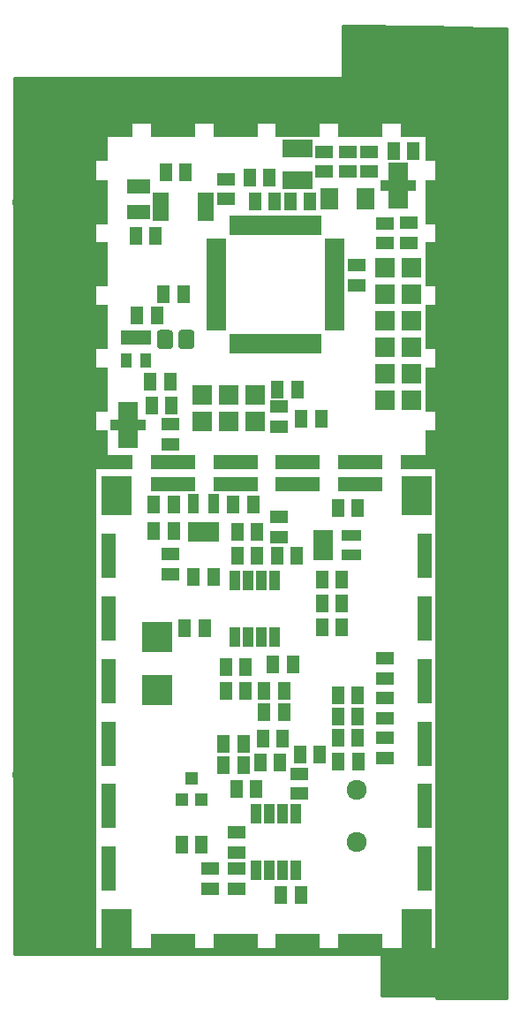
<source format=gbr>
G04 #@! TF.GenerationSoftware,KiCad,Pcbnew,(6.0.0-rc1-dev-205-gc0615c5ef)*
G04 #@! TF.CreationDate,2019-03-07T09:34:15+01:00*
G04 #@! TF.ProjectId,SPACEDOS01B_PCB01A,5350414345444F533031425F50434230,REV*
G04 #@! TF.SameCoordinates,Original*
G04 #@! TF.FileFunction,Soldermask,Top*
G04 #@! TF.FilePolarity,Negative*
%FSLAX46Y46*%
G04 Gerber Fmt 4.6, Leading zero omitted, Abs format (unit mm)*
G04 Created by KiCad (PCBNEW (6.0.0-rc1-dev-205-gc0615c5ef)) date 03/07/19 09:34:15*
%MOMM*%
%LPD*%
G01*
G04 APERTURE LIST*
%ADD10R,1.500000X0.650000*%
%ADD11R,1.000000X1.950000*%
%ADD12R,1.289000X1.797000*%
%ADD13R,1.797000X1.289000*%
%ADD14C,1.924000*%
%ADD15R,2.700000X1.400000*%
%ADD16R,4.200000X1.400000*%
%ADD17R,1.400000X2.700000*%
%ADD18R,1.400000X4.200000*%
%ADD19R,1.400000X1.400000*%
%ADD20R,1.924000X1.924000*%
%ADD21R,2.899360X2.950160*%
%ADD22R,2.940000X1.670000*%
%ADD23R,2.950000X3.700000*%
%ADD24R,0.950000X1.900000*%
%ADD25R,1.900000X0.950000*%
%ADD26C,6.400000*%
%ADD27R,1.960000X1.050000*%
%ADD28R,1.050000X1.960000*%
%ADD29R,1.200000X1.300000*%
%ADD30R,2.200000X1.400000*%
%ADD31C,0.150000*%
%ADD32C,1.550000*%
%ADD33R,1.050000X1.460000*%
%ADD34R,1.700000X2.100000*%
%ADD35R,1.900000X1.700000*%
%ADD36R,3.400000X1.100000*%
%ADD37C,0.254000*%
G04 APERTURE END LIST*
D10*
G04 #@! TO.C,U11*
X59808000Y78470000D03*
X59808000Y77970000D03*
X59808000Y77470000D03*
X59808000Y76970000D03*
X59808000Y76470000D03*
X55508000Y76470000D03*
X55508000Y76970000D03*
X55508000Y77470000D03*
X55508000Y77970000D03*
X55508000Y78470000D03*
G04 #@! TD*
D11*
G04 #@! TO.C,U2*
X62617700Y41633100D03*
X63887700Y41633100D03*
X65157700Y41633100D03*
X66427700Y41633100D03*
X66427700Y36233100D03*
X65157700Y36233100D03*
X63887700Y36233100D03*
X62617700Y36233100D03*
G04 #@! TD*
G04 #@! TO.C,U1*
X64649700Y19281100D03*
X65919700Y19281100D03*
X67189700Y19281100D03*
X68459700Y19281100D03*
X68459700Y13881100D03*
X67189700Y13881100D03*
X65919700Y13881100D03*
X64649700Y13881100D03*
G04 #@! TD*
D12*
G04 #@! TO.C,C3*
X67000000Y11501100D03*
X68905000Y11501100D03*
G04 #@! TD*
D13*
G04 #@! TO.C,C10*
X62744700Y17533600D03*
X62744700Y15628600D03*
G04 #@! TD*
G04 #@! TO.C,C5*
X62744700Y14041100D03*
X62744700Y12136100D03*
G04 #@! TD*
G04 #@! TO.C,R6*
X60204700Y14041100D03*
X60204700Y12136100D03*
G04 #@! TD*
D12*
G04 #@! TO.C,C20*
X59379200Y16327100D03*
X57474200Y16327100D03*
G04 #@! TD*
D13*
G04 #@! TO.C,R22*
X76974700Y24676100D03*
X76974700Y26581100D03*
G04 #@! TD*
G04 #@! TO.C,R19*
X76974700Y28486100D03*
X76974700Y30391100D03*
G04 #@! TD*
G04 #@! TO.C,R15*
X76974700Y32296100D03*
X76974700Y34201100D03*
G04 #@! TD*
D12*
G04 #@! TO.C,C21*
X74371200Y30645100D03*
X72466200Y30645100D03*
G04 #@! TD*
G04 #@! TO.C,C23*
X74371200Y28613100D03*
X72466200Y28613100D03*
G04 #@! TD*
G04 #@! TO.C,C2*
X74371200Y26581100D03*
X72466200Y26581100D03*
G04 #@! TD*
G04 #@! TO.C,C24*
X74434700Y24295100D03*
X72529700Y24295100D03*
G04 #@! TD*
G04 #@! TO.C,R8*
X68840700Y25000000D03*
X70745700Y25000000D03*
G04 #@! TD*
D13*
G04 #@! TO.C,R7*
X68750000Y23155000D03*
X68750000Y21250000D03*
G04 #@! TD*
D12*
G04 #@! TO.C,R2*
X64649700Y21661100D03*
X62744700Y21661100D03*
G04 #@! TD*
G04 #@! TO.C,C11*
X63405000Y24000000D03*
X61500000Y24000000D03*
G04 #@! TD*
G04 #@! TO.C,C6*
X63405000Y25979100D03*
X61500000Y25979100D03*
G04 #@! TD*
G04 #@! TO.C,R9*
X65000000Y24250000D03*
X66905000Y24250000D03*
G04 #@! TD*
G04 #@! TO.C,C15*
X65284700Y26487100D03*
X67189700Y26487100D03*
G04 #@! TD*
G04 #@! TO.C,C16*
X67316700Y29027100D03*
X65411700Y29027100D03*
G04 #@! TD*
G04 #@! TO.C,R10*
X65411700Y31059100D03*
X67316700Y31059100D03*
G04 #@! TD*
G04 #@! TO.C,C17*
X66237200Y33599100D03*
X68142200Y33599100D03*
G04 #@! TD*
G04 #@! TO.C,R11*
X61728700Y31059100D03*
X63633700Y31059100D03*
G04 #@! TD*
G04 #@! TO.C,C18*
X61728700Y33345100D03*
X63633700Y33345100D03*
G04 #@! TD*
G04 #@! TO.C,R4*
X70936200Y37155100D03*
X72841200Y37155100D03*
G04 #@! TD*
G04 #@! TO.C,C8*
X70936200Y39441100D03*
X72841200Y39441100D03*
G04 #@! TD*
G04 #@! TO.C,C13*
X70936200Y41727100D03*
X72841200Y41727100D03*
G04 #@! TD*
G04 #@! TO.C,C4*
X57785000Y37084000D03*
X59690000Y37084000D03*
G04 #@! TD*
G04 #@! TO.C,R3*
X60522200Y41981100D03*
X58617200Y41981100D03*
G04 #@! TD*
D13*
G04 #@! TO.C,R5*
X56394700Y44203600D03*
X56394700Y42298600D03*
G04 #@! TD*
D12*
G04 #@! TO.C,R1*
X72460200Y48585100D03*
X74365200Y48585100D03*
G04 #@! TD*
G04 #@! TO.C,C19*
X66618200Y44013100D03*
X68523200Y44013100D03*
G04 #@! TD*
D13*
G04 #@! TO.C,R13*
X66808700Y45854600D03*
X66808700Y47759600D03*
G04 #@! TD*
D12*
G04 #@! TO.C,C12*
X62808200Y44013100D03*
X64713200Y44013100D03*
G04 #@! TD*
G04 #@! TO.C,C7*
X62808200Y46299100D03*
X64713200Y46299100D03*
G04 #@! TD*
G04 #@! TO.C,R12*
X62427200Y48966100D03*
X64332200Y48966100D03*
G04 #@! TD*
G04 #@! TO.C,C9*
X56712200Y46426100D03*
X54807200Y46426100D03*
G04 #@! TD*
G04 #@! TO.C,C14*
X56712200Y48966100D03*
X54807200Y48966100D03*
G04 #@! TD*
G04 #@! TO.C,C43*
X68961000Y57150000D03*
X70866000Y57150000D03*
G04 #@! TD*
D13*
G04 #@! TO.C,R23*
X66814700Y56426100D03*
X66814700Y58331100D03*
G04 #@! TD*
D12*
G04 #@! TO.C,C34*
X66687700Y59982100D03*
X68592700Y59982100D03*
G04 #@! TD*
D13*
G04 #@! TO.C,C54*
X56388000Y54737000D03*
X56388000Y56642000D03*
G04 #@! TD*
D12*
G04 #@! TO.C,C50*
X54610000Y58420000D03*
X56515000Y58420000D03*
G04 #@! TD*
G04 #@! TO.C,C42*
X54483000Y60706000D03*
X56388000Y60706000D03*
G04 #@! TD*
G04 #@! TO.C,C32*
X55118000Y67056000D03*
X53213000Y67056000D03*
G04 #@! TD*
G04 #@! TO.C,C35*
X57658000Y69088000D03*
X55753000Y69088000D03*
G04 #@! TD*
D13*
G04 #@! TO.C,C39*
X74307700Y69951600D03*
X74307700Y71856600D03*
G04 #@! TD*
G04 #@! TO.C,F2*
X79248000Y75946000D03*
X79248000Y74041000D03*
G04 #@! TD*
G04 #@! TO.C,C36*
X76962000Y75882500D03*
X76962000Y73977500D03*
G04 #@! TD*
D12*
G04 #@! TO.C,C55*
X77787500Y82804000D03*
X79692500Y82804000D03*
G04 #@! TD*
D13*
G04 #@! TO.C,R20*
X61722000Y78232000D03*
X61722000Y80137000D03*
G04 #@! TD*
D12*
G04 #@! TO.C,C31*
X67881500Y77978000D03*
X69786500Y77978000D03*
G04 #@! TD*
D13*
G04 #@! TO.C,C26*
X75438000Y82740500D03*
X75438000Y80835500D03*
G04 #@! TD*
G04 #@! TO.C,C27*
X73406000Y82740500D03*
X73406000Y80835500D03*
G04 #@! TD*
G04 #@! TO.C,C28*
X71120000Y82740500D03*
X71120000Y80835500D03*
G04 #@! TD*
D12*
G04 #@! TO.C,R21*
X54991000Y74676000D03*
X53086000Y74676000D03*
G04 #@! TD*
G04 #@! TO.C,C47*
X57848500Y80772000D03*
X55943500Y80772000D03*
G04 #@! TD*
D14*
G04 #@! TO.C,D1*
X74250000Y21590000D03*
X74250000Y16590000D03*
G04 #@! TD*
D12*
G04 #@! TO.C,C44*
X64516000Y77978000D03*
X66421000Y77978000D03*
G04 #@! TD*
G04 #@! TO.C,C40*
X64008000Y80264000D03*
X65913000Y80264000D03*
G04 #@! TD*
D15*
G04 #@! TO.C,M9*
X79884000Y84844000D03*
X79884000Y53044000D03*
D16*
X74634000Y84844000D03*
X74634000Y53044000D03*
X68634000Y84844000D03*
X68634000Y53044000D03*
X62634000Y84844000D03*
X62634000Y53044000D03*
X56634000Y84844000D03*
X56634000Y53044000D03*
D15*
X51384000Y84844000D03*
X51384000Y53044000D03*
D17*
X81534000Y83194000D03*
X49734000Y83194000D03*
D18*
X81534000Y77944000D03*
X49734000Y77944000D03*
X81534000Y71944000D03*
X49734000Y71944000D03*
X81534000Y65944000D03*
X49734000Y65944000D03*
X81534000Y59944000D03*
X49734000Y59944000D03*
D17*
X81534000Y54694000D03*
X49734000Y54694000D03*
D19*
X81534000Y53044000D03*
X81534000Y84844000D03*
X49734000Y84844000D03*
X49734000Y53044000D03*
G04 #@! TD*
D20*
G04 #@! TO.C,J2*
X79502000Y66548000D03*
X76962000Y66548000D03*
G04 #@! TD*
G04 #@! TO.C,J3*
X79502000Y71628000D03*
X76962000Y71628000D03*
G04 #@! TD*
G04 #@! TO.C,J7*
X79502000Y61468000D03*
G04 #@! TD*
G04 #@! TO.C,J4*
X76962000Y58928000D03*
G04 #@! TD*
G04 #@! TO.C,J6*
X76962000Y61468000D03*
G04 #@! TD*
G04 #@! TO.C,J5*
X79502000Y58928000D03*
G04 #@! TD*
G04 #@! TO.C,J19*
X76962000Y64008000D03*
X79502000Y64008000D03*
G04 #@! TD*
D21*
G04 #@! TO.C,C1*
X55124700Y36250860D03*
X55124700Y31201340D03*
G04 #@! TD*
D22*
G04 #@! TO.C,L1*
X68580000Y80010000D03*
X68580000Y83058000D03*
G04 #@! TD*
D20*
G04 #@! TO.C,J22*
X59448700Y56934100D03*
X59448700Y59474100D03*
X61988700Y56934100D03*
X61988700Y59474100D03*
X64528700Y56934100D03*
X64528700Y59474100D03*
G04 #@! TD*
D18*
G04 #@! TO.C,M6*
X80785000Y44034000D03*
X80785000Y38034000D03*
X80785000Y32034000D03*
X80785000Y26034000D03*
X80785000Y20034000D03*
X80785000Y14034000D03*
X50485000Y44034000D03*
X50485000Y38034000D03*
X50485000Y32034000D03*
X50485000Y26034000D03*
X50485000Y20034000D03*
X50485000Y14034000D03*
D23*
X80010000Y49784000D03*
X80010000Y8284000D03*
X51260000Y49784000D03*
X51260000Y8284000D03*
D16*
X56635000Y7134000D03*
X62635000Y7134000D03*
X68635000Y7134000D03*
X74635000Y7134000D03*
X56635000Y50934000D03*
X62635000Y50934000D03*
X68635000Y50934000D03*
X74635000Y50934000D03*
G04 #@! TD*
D24*
G04 #@! TO.C,U10*
X62466700Y64319100D03*
X63266700Y64319100D03*
X64066700Y64319100D03*
X64866700Y64319100D03*
X65666700Y64319100D03*
X66466700Y64319100D03*
X67266700Y64319100D03*
X68066700Y64319100D03*
X68866700Y64319100D03*
X69666700Y64319100D03*
X70466700Y64319100D03*
D25*
X72166700Y66019100D03*
X72166700Y66819100D03*
X72166700Y67619100D03*
X72166700Y68419100D03*
X72166700Y69219100D03*
X72166700Y70019100D03*
X72166700Y70819100D03*
X72166700Y71619100D03*
X72166700Y72419100D03*
X72166700Y73219100D03*
X72166700Y74019100D03*
D24*
X70466700Y75719100D03*
X69666700Y75719100D03*
X68866700Y75719100D03*
X68066700Y75719100D03*
X67266700Y75719100D03*
X66466700Y75719100D03*
X65666700Y75719100D03*
X64866700Y75719100D03*
X64066700Y75719100D03*
X63266700Y75719100D03*
X62466700Y75719100D03*
D25*
X60766700Y74019100D03*
X60766700Y73219100D03*
X60766700Y72419100D03*
X60766700Y71619100D03*
X60766700Y70819100D03*
X60766700Y70019100D03*
X60766700Y69219100D03*
X60766700Y68419100D03*
X60766700Y67619100D03*
X60766700Y66819100D03*
X60766700Y66019100D03*
G04 #@! TD*
D26*
G04 #@! TO.C,M2*
X44450000Y77890000D03*
G04 #@! TD*
G04 #@! TO.C,M3*
X85090000Y5080000D03*
G04 #@! TD*
G04 #@! TO.C,M4*
X44450000Y23000000D03*
G04 #@! TD*
D27*
G04 #@! TO.C,U4*
X71046700Y45979100D03*
X71046700Y45029100D03*
X71046700Y44079100D03*
X73746700Y44079100D03*
X73746700Y45979100D03*
G04 #@! TD*
D28*
G04 #@! TO.C,U5*
X58619700Y49046100D03*
X60519700Y49046100D03*
X60519700Y46346100D03*
X59569700Y46346100D03*
X58619700Y46346100D03*
G04 #@! TD*
D29*
G04 #@! TO.C,U3*
X58426700Y22677100D03*
X59376700Y20677100D03*
X57476700Y20677100D03*
G04 #@! TD*
D26*
G04 #@! TO.C,M1*
X82550000Y90810000D03*
G04 #@! TD*
D30*
G04 #@! TO.C,Y2*
X53340000Y76962000D03*
X53340000Y79462000D03*
G04 #@! TD*
D31*
G04 #@! TO.C,L3*
G36*
X58401071Y65668377D02*
X58433781Y65663525D01*
X58465857Y65655491D01*
X58496991Y65644351D01*
X58526884Y65630213D01*
X58555247Y65613213D01*
X58581807Y65593515D01*
X58606308Y65571308D01*
X58628515Y65546807D01*
X58648213Y65520247D01*
X58665213Y65491884D01*
X58679351Y65461991D01*
X58690491Y65430857D01*
X58698525Y65398781D01*
X58703377Y65366071D01*
X58705000Y65333044D01*
X58705000Y64206956D01*
X58703377Y64173929D01*
X58698525Y64141219D01*
X58690491Y64109143D01*
X58679351Y64078009D01*
X58665213Y64048116D01*
X58648213Y64019753D01*
X58628515Y63993193D01*
X58606308Y63968692D01*
X58581807Y63946485D01*
X58555247Y63926787D01*
X58526884Y63909787D01*
X58496991Y63895649D01*
X58465857Y63884509D01*
X58433781Y63876475D01*
X58401071Y63871623D01*
X58368044Y63870000D01*
X57491956Y63870000D01*
X57458929Y63871623D01*
X57426219Y63876475D01*
X57394143Y63884509D01*
X57363009Y63895649D01*
X57333116Y63909787D01*
X57304753Y63926787D01*
X57278193Y63946485D01*
X57253692Y63968692D01*
X57231485Y63993193D01*
X57211787Y64019753D01*
X57194787Y64048116D01*
X57180649Y64078009D01*
X57169509Y64109143D01*
X57161475Y64141219D01*
X57156623Y64173929D01*
X57155000Y64206956D01*
X57155000Y65333044D01*
X57156623Y65366071D01*
X57161475Y65398781D01*
X57169509Y65430857D01*
X57180649Y65461991D01*
X57194787Y65491884D01*
X57211787Y65520247D01*
X57231485Y65546807D01*
X57253692Y65571308D01*
X57278193Y65593515D01*
X57304753Y65613213D01*
X57333116Y65630213D01*
X57363009Y65644351D01*
X57394143Y65655491D01*
X57426219Y65663525D01*
X57458929Y65668377D01*
X57491956Y65670000D01*
X58368044Y65670000D01*
X58401071Y65668377D01*
X58401071Y65668377D01*
G37*
D32*
X57930000Y64770000D03*
D31*
G36*
X56351071Y65668377D02*
X56383781Y65663525D01*
X56415857Y65655491D01*
X56446991Y65644351D01*
X56476884Y65630213D01*
X56505247Y65613213D01*
X56531807Y65593515D01*
X56556308Y65571308D01*
X56578515Y65546807D01*
X56598213Y65520247D01*
X56615213Y65491884D01*
X56629351Y65461991D01*
X56640491Y65430857D01*
X56648525Y65398781D01*
X56653377Y65366071D01*
X56655000Y65333044D01*
X56655000Y64206956D01*
X56653377Y64173929D01*
X56648525Y64141219D01*
X56640491Y64109143D01*
X56629351Y64078009D01*
X56615213Y64048116D01*
X56598213Y64019753D01*
X56578515Y63993193D01*
X56556308Y63968692D01*
X56531807Y63946485D01*
X56505247Y63926787D01*
X56476884Y63909787D01*
X56446991Y63895649D01*
X56415857Y63884509D01*
X56383781Y63876475D01*
X56351071Y63871623D01*
X56318044Y63870000D01*
X55441956Y63870000D01*
X55408929Y63871623D01*
X55376219Y63876475D01*
X55344143Y63884509D01*
X55313009Y63895649D01*
X55283116Y63909787D01*
X55254753Y63926787D01*
X55228193Y63946485D01*
X55203692Y63968692D01*
X55181485Y63993193D01*
X55161787Y64019753D01*
X55144787Y64048116D01*
X55130649Y64078009D01*
X55119509Y64109143D01*
X55111475Y64141219D01*
X55106623Y64173929D01*
X55105000Y64206956D01*
X55105000Y65333044D01*
X55106623Y65366071D01*
X55111475Y65398781D01*
X55119509Y65430857D01*
X55130649Y65461991D01*
X55144787Y65491884D01*
X55161787Y65520247D01*
X55181485Y65546807D01*
X55203692Y65571308D01*
X55228193Y65593515D01*
X55254753Y65613213D01*
X55283116Y65630213D01*
X55313009Y65644351D01*
X55344143Y65655491D01*
X55376219Y65663525D01*
X55408929Y65668377D01*
X55441956Y65670000D01*
X56318044Y65670000D01*
X56351071Y65668377D01*
X56351071Y65668377D01*
G37*
D32*
X55880000Y64770000D03*
G04 #@! TD*
D33*
G04 #@! TO.C,U8*
X54048700Y64938000D03*
X53098700Y64938000D03*
X52148700Y64938000D03*
X52148700Y62738000D03*
X54048700Y62738000D03*
G04 #@! TD*
D34*
G04 #@! TO.C,D3*
X75156000Y78232000D03*
X71656000Y78232000D03*
G04 #@! TD*
D20*
G04 #@! TO.C,J1*
X76962000Y69088000D03*
X79502000Y69088000D03*
G04 #@! TD*
D35*
G04 #@! TO.C,C29*
X78232000Y78152000D03*
D36*
X78232000Y79502000D03*
D35*
X78232000Y80852000D03*
G04 #@! TD*
G04 #@! TO.C,C52*
X52324000Y55212000D03*
D36*
X52324000Y56562000D03*
D35*
X52324000Y57912000D03*
G04 #@! TD*
D37*
G36*
X49123000Y5877000D02*
X41377000Y5877000D01*
X41377000Y89873000D01*
X49123000Y89873000D01*
X49123000Y5877000D01*
X49123000Y5877000D01*
G37*
X49123000Y5877000D02*
X41377000Y5877000D01*
X41377000Y89873000D01*
X49123000Y89873000D01*
X49123000Y5877000D01*
G36*
X85373000Y85627000D02*
X41377000Y85627000D01*
X41377000Y89873000D01*
X85373000Y89873000D01*
X85373000Y85627000D01*
X85373000Y85627000D01*
G37*
X85373000Y85627000D02*
X41377000Y85627000D01*
X41377000Y89873000D01*
X85373000Y89873000D01*
X85373000Y85627000D01*
G36*
X85373000Y94625791D02*
X85373000Y89627000D01*
X72877000Y89627000D01*
X72877000Y94873000D01*
X74248573Y94873000D01*
X85373000Y94625791D01*
X85373000Y94625791D01*
G37*
X85373000Y94625791D02*
X85373000Y89627000D01*
X72877000Y89627000D01*
X72877000Y94873000D01*
X74248573Y94873000D01*
X85373000Y94625791D01*
G36*
X88623000Y1627000D02*
X81877000Y1627000D01*
X81877000Y94623000D01*
X88623000Y94623000D01*
X88623000Y1627000D01*
X88623000Y1627000D01*
G37*
X88623000Y1627000D02*
X81877000Y1627000D01*
X81877000Y94623000D01*
X88623000Y94623000D01*
X88623000Y1627000D01*
G36*
X81873000Y5877000D02*
X41377000Y5877000D01*
X41377000Y6373000D01*
X81873000Y6373000D01*
X81873000Y5877000D01*
X81873000Y5877000D01*
G37*
X81873000Y5877000D02*
X41377000Y5877000D01*
X41377000Y6373000D01*
X81873000Y6373000D01*
X81873000Y5877000D01*
G36*
X82123000Y6128402D02*
X82123000Y1877000D01*
X76627000Y1877000D01*
X76627000Y6367358D01*
X82123000Y6128402D01*
X82123000Y6128402D01*
G37*
X82123000Y6128402D02*
X82123000Y1877000D01*
X76627000Y1877000D01*
X76627000Y6367358D01*
X82123000Y6128402D01*
M02*

</source>
